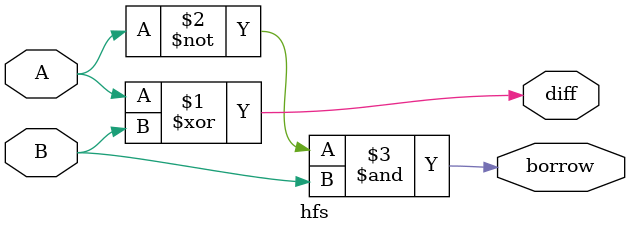
<source format=v>
module hfs(A,B,diff,borrow);
input signed A,B;
output signed diff,borrow;
assign diff=A^B;
assign borrow=(~A)&B;
endmodule 
</source>
